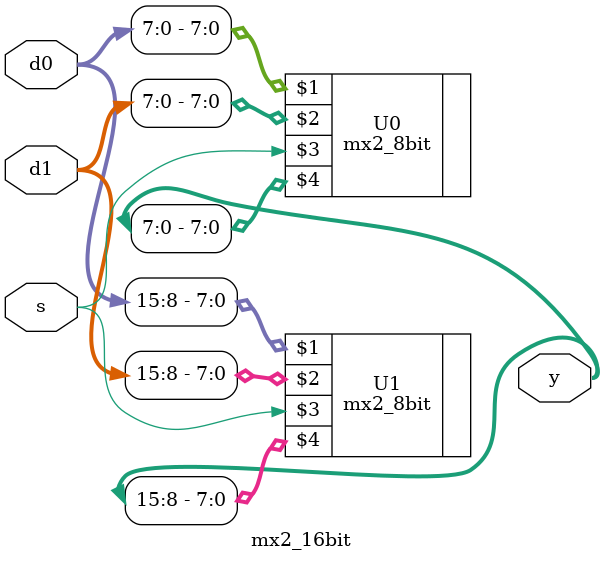
<source format=v>
module mx2_16bit(d0, d1, s, y); //16bits 2-to-1 mux module
	input [15:0] d0, d1;
	input s; 							//input define
	output [15:0] y; 					//output define

	mx2_8bit U0(d0[7:0], d1[7:0], s, y[7:0]);
	mx2_8bit U1(d0[15:8], d1[15:8], s, y[15:8]);		//module instance
	
endmodule

</source>
